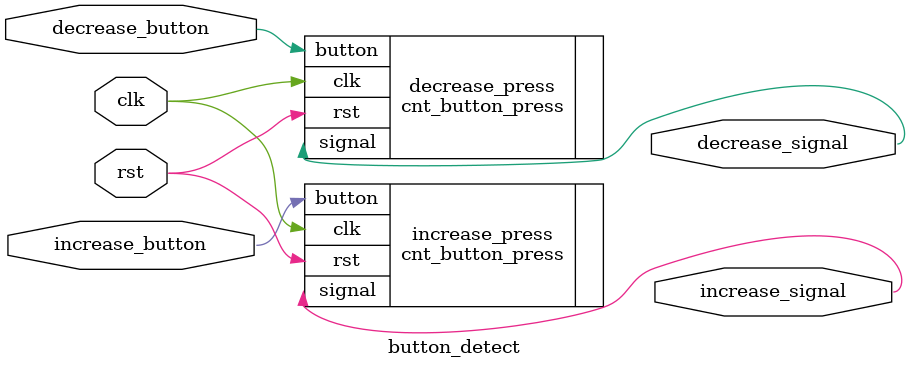
<source format=v>
module button_detect(
    input clk,
    input rst,
    input increase_button,
    input decrease_button,
    output increase_signal,
    output decrease_signal
);

cnt_button_press increase_press (
    .clk(clk),
    .rst(rst),
    .button(increase_button),
    .signal(increase_signal)
);

cnt_button_press decrease_press (
    .clk(clk),
    .rst(rst),
    .button(decrease_button),
    .signal(decrease_signal)
);

endmodule

</source>
